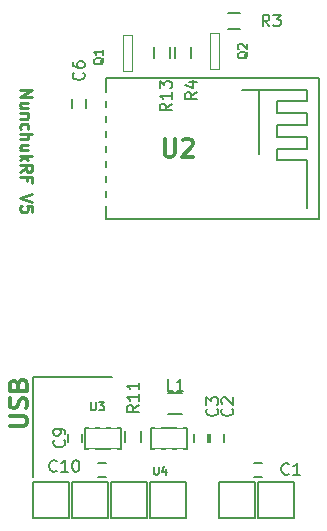
<source format=gto>
%FSLAX46Y46*%
G04 Gerber Fmt 4.6, Leading zero omitted, Abs format (unit mm)*
G04 Created by KiCad (PCBNEW (2014-08-31 BZR 5107)-product) date tor 20 aug 2015 12:03:34*
%MOMM*%
G01*
G04 APERTURE LIST*
%ADD10C,0.100000*%
%ADD11C,0.300000*%
%ADD12C,0.200000*%
%ADD13C,0.250000*%
%ADD14C,0.150000*%
%ADD15C,0.127000*%
%ADD16C,0.119380*%
%ADD17C,0.304800*%
%ADD18C,0.129540*%
%ADD19C,1.700000*%
%ADD20R,1.200000X0.750000*%
%ADD21R,0.750000X1.200000*%
%ADD22R,1.500000X1.300000*%
%ADD23R,0.900000X1.200000*%
%ADD24R,2.200000X0.700000*%
%ADD25R,0.600000X1.100000*%
%ADD26R,2.540000X2.540000*%
%ADD27R,0.914400X0.914400*%
%ADD28R,1.200000X0.900000*%
G04 APERTURE END LIST*
D10*
D11*
X216475571Y-82918857D02*
X217689857Y-82918857D01*
X217832714Y-82847429D01*
X217904143Y-82776000D01*
X217975571Y-82633143D01*
X217975571Y-82347429D01*
X217904143Y-82204571D01*
X217832714Y-82133143D01*
X217689857Y-82061714D01*
X216475571Y-82061714D01*
X217904143Y-81418857D02*
X217975571Y-81204571D01*
X217975571Y-80847428D01*
X217904143Y-80704571D01*
X217832714Y-80633142D01*
X217689857Y-80561714D01*
X217547000Y-80561714D01*
X217404143Y-80633142D01*
X217332714Y-80704571D01*
X217261286Y-80847428D01*
X217189857Y-81133142D01*
X217118429Y-81276000D01*
X217047000Y-81347428D01*
X216904143Y-81418857D01*
X216761286Y-81418857D01*
X216618429Y-81347428D01*
X216547000Y-81276000D01*
X216475571Y-81133142D01*
X216475571Y-80776000D01*
X216547000Y-80561714D01*
X217189857Y-79418857D02*
X217261286Y-79204571D01*
X217332714Y-79133143D01*
X217475571Y-79061714D01*
X217689857Y-79061714D01*
X217832714Y-79133143D01*
X217904143Y-79204571D01*
X217975571Y-79347429D01*
X217975571Y-79918857D01*
X216475571Y-79918857D01*
X216475571Y-79418857D01*
X216547000Y-79276000D01*
X216618429Y-79204571D01*
X216761286Y-79133143D01*
X216904143Y-79133143D01*
X217047000Y-79204571D01*
X217118429Y-79276000D01*
X217189857Y-79418857D01*
X217189857Y-79918857D01*
D12*
X218440000Y-78740000D02*
X225171000Y-78740000D01*
X218440000Y-87249000D02*
X218440000Y-78740000D01*
D13*
X217393259Y-54509042D02*
X218393259Y-54509042D01*
X217393259Y-55080471D01*
X218393259Y-55080471D01*
X218059926Y-55985233D02*
X217393259Y-55985233D01*
X218059926Y-55556661D02*
X217536116Y-55556661D01*
X217440878Y-55604280D01*
X217393259Y-55699518D01*
X217393259Y-55842376D01*
X217440878Y-55937614D01*
X217488497Y-55985233D01*
X218059926Y-56461423D02*
X217393259Y-56461423D01*
X217964688Y-56461423D02*
X218012307Y-56509042D01*
X218059926Y-56604280D01*
X218059926Y-56747138D01*
X218012307Y-56842376D01*
X217917069Y-56889995D01*
X217393259Y-56889995D01*
X217440878Y-57794757D02*
X217393259Y-57699519D01*
X217393259Y-57509042D01*
X217440878Y-57413804D01*
X217488497Y-57366185D01*
X217583735Y-57318566D01*
X217869450Y-57318566D01*
X217964688Y-57366185D01*
X218012307Y-57413804D01*
X218059926Y-57509042D01*
X218059926Y-57699519D01*
X218012307Y-57794757D01*
X217393259Y-58223328D02*
X218393259Y-58223328D01*
X217393259Y-58651900D02*
X217917069Y-58651900D01*
X218012307Y-58604281D01*
X218059926Y-58509043D01*
X218059926Y-58366185D01*
X218012307Y-58270947D01*
X217964688Y-58223328D01*
X218059926Y-59556662D02*
X217393259Y-59556662D01*
X218059926Y-59128090D02*
X217536116Y-59128090D01*
X217440878Y-59175709D01*
X217393259Y-59270947D01*
X217393259Y-59413805D01*
X217440878Y-59509043D01*
X217488497Y-59556662D01*
X217393259Y-60032852D02*
X218393259Y-60032852D01*
X217774211Y-60128090D02*
X217393259Y-60413805D01*
X218059926Y-60413805D02*
X217678973Y-60032852D01*
X217393259Y-61413805D02*
X217869450Y-61080471D01*
X217393259Y-60842376D02*
X218393259Y-60842376D01*
X218393259Y-61223329D01*
X218345640Y-61318567D01*
X218298021Y-61366186D01*
X218202783Y-61413805D01*
X218059926Y-61413805D01*
X217964688Y-61366186D01*
X217917069Y-61318567D01*
X217869450Y-61223329D01*
X217869450Y-60842376D01*
X217917069Y-62175710D02*
X217917069Y-61842376D01*
X217393259Y-61842376D02*
X218393259Y-61842376D01*
X218393259Y-62318567D01*
X218393259Y-63318567D02*
X217393259Y-63651900D01*
X218393259Y-63985234D01*
X218393259Y-64794758D02*
X218393259Y-64318567D01*
X217917069Y-64270948D01*
X217964688Y-64318567D01*
X218012307Y-64413805D01*
X218012307Y-64651901D01*
X217964688Y-64747139D01*
X217917069Y-64794758D01*
X217821830Y-64842377D01*
X217583735Y-64842377D01*
X217488497Y-64794758D01*
X217440878Y-64747139D01*
X217393259Y-64651901D01*
X217393259Y-64413805D01*
X217440878Y-64318567D01*
X217488497Y-64270948D01*
D14*
X237840000Y-87214000D02*
X237140000Y-87214000D01*
X237140000Y-86014000D02*
X237840000Y-86014000D01*
X234661000Y-83597000D02*
X234661000Y-84297000D01*
X233461000Y-84297000D02*
X233461000Y-83597000D01*
X232064000Y-84297000D02*
X232064000Y-83597000D01*
X233264000Y-83597000D02*
X233264000Y-84297000D01*
X221777000Y-55976000D02*
X221777000Y-55276000D01*
X222977000Y-55276000D02*
X222977000Y-55976000D01*
X221396000Y-84297000D02*
X221396000Y-83597000D01*
X222596000Y-83597000D02*
X222596000Y-84297000D01*
X224632000Y-87214000D02*
X223932000Y-87214000D01*
X223932000Y-86014000D02*
X224632000Y-86014000D01*
X231105000Y-81901000D02*
X229905000Y-81901000D01*
X229905000Y-80151000D02*
X231105000Y-80151000D01*
X227624000Y-83320000D02*
X227624000Y-84320000D01*
X226274000Y-84320000D02*
X226274000Y-83320000D01*
X237632000Y-54436000D02*
X237632000Y-59936000D01*
X239132000Y-59436000D02*
X239132000Y-60436000D01*
X239132000Y-60436000D02*
X241632000Y-60436000D01*
X241632000Y-60436000D02*
X241632000Y-64436000D01*
X239132000Y-55436000D02*
X239132000Y-56436000D01*
X239132000Y-56436000D02*
X241632000Y-56436000D01*
X241632000Y-56436000D02*
X241632000Y-57436000D01*
X241632000Y-57436000D02*
X239132000Y-57436000D01*
X239132000Y-57436000D02*
X239132000Y-58436000D01*
X239132000Y-58436000D02*
X241632000Y-58436000D01*
X241632000Y-58436000D02*
X241632000Y-59436000D01*
X241632000Y-59436000D02*
X239132000Y-59436000D01*
X236132000Y-54436000D02*
X241632000Y-54436000D01*
X241632000Y-54436000D02*
X241632000Y-55436000D01*
X241632000Y-55436000D02*
X239132000Y-55436000D01*
X224632000Y-53436000D02*
X242632000Y-53436000D01*
X242632000Y-53436000D02*
X242632000Y-65436000D01*
X242632000Y-65436000D02*
X224632000Y-65436000D01*
D12*
X224632000Y-65436000D02*
X224632000Y-53436000D01*
D15*
X222885000Y-84836000D02*
X222885000Y-83058000D01*
X222885000Y-83058000D02*
X225933000Y-83058000D01*
X225933000Y-83058000D02*
X225933000Y-84836000D01*
X225933000Y-84836000D02*
X222885000Y-84836000D01*
X231521000Y-83058000D02*
X231521000Y-84836000D01*
X231521000Y-84836000D02*
X228473000Y-84836000D01*
X228473000Y-84836000D02*
X228473000Y-83058000D01*
X228473000Y-83058000D02*
X231521000Y-83058000D01*
X218440000Y-87630000D02*
X221488000Y-87630000D01*
X221488000Y-87630000D02*
X221488000Y-90678000D01*
X221488000Y-90678000D02*
X218440000Y-90678000D01*
X218440000Y-90678000D02*
X218440000Y-87630000D01*
X228346000Y-87630000D02*
X231394000Y-87630000D01*
X231394000Y-87630000D02*
X231394000Y-90678000D01*
X231394000Y-90678000D02*
X228346000Y-90678000D01*
X228346000Y-90678000D02*
X228346000Y-87630000D01*
X221742000Y-87630000D02*
X224790000Y-87630000D01*
X224790000Y-87630000D02*
X224790000Y-90678000D01*
X224790000Y-90678000D02*
X221742000Y-90678000D01*
X221742000Y-90678000D02*
X221742000Y-87630000D01*
X234188000Y-87630000D02*
X237236000Y-87630000D01*
X237236000Y-87630000D02*
X237236000Y-90678000D01*
X237236000Y-90678000D02*
X234188000Y-90678000D01*
X234188000Y-90678000D02*
X234188000Y-87630000D01*
X237490000Y-87630000D02*
X240538000Y-87630000D01*
X240538000Y-87630000D02*
X240538000Y-90678000D01*
X240538000Y-90678000D02*
X237490000Y-90678000D01*
X237490000Y-90678000D02*
X237490000Y-87630000D01*
X225044000Y-87630000D02*
X228092000Y-87630000D01*
X228092000Y-87630000D02*
X228092000Y-90678000D01*
X228092000Y-90678000D02*
X225044000Y-90678000D01*
X225044000Y-90678000D02*
X225044000Y-87630000D01*
D16*
X226060000Y-52832000D02*
X226060000Y-49784000D01*
X226060000Y-49784000D02*
X226822000Y-49784000D01*
X226822000Y-49784000D02*
X226822000Y-52832000D01*
X226822000Y-52832000D02*
X226060000Y-52832000D01*
X233426000Y-52705000D02*
X233426000Y-49657000D01*
X233426000Y-49657000D02*
X234188000Y-49657000D01*
X234188000Y-49657000D02*
X234188000Y-52705000D01*
X234188000Y-52705000D02*
X233426000Y-52705000D01*
D14*
X234958000Y-47966000D02*
X235958000Y-47966000D01*
X235958000Y-49316000D02*
X234958000Y-49316000D01*
X230465000Y-51808000D02*
X230465000Y-50808000D01*
X231815000Y-50808000D02*
X231815000Y-51808000D01*
X230037000Y-50808000D02*
X230037000Y-51808000D01*
X228687000Y-51808000D02*
X228687000Y-50808000D01*
X240117334Y-86971143D02*
X240069715Y-87018762D01*
X239926858Y-87066381D01*
X239831620Y-87066381D01*
X239688762Y-87018762D01*
X239593524Y-86923524D01*
X239545905Y-86828286D01*
X239498286Y-86637810D01*
X239498286Y-86494952D01*
X239545905Y-86304476D01*
X239593524Y-86209238D01*
X239688762Y-86114000D01*
X239831620Y-86066381D01*
X239926858Y-86066381D01*
X240069715Y-86114000D01*
X240117334Y-86161619D01*
X241069715Y-87066381D02*
X240498286Y-87066381D01*
X240784000Y-87066381D02*
X240784000Y-86066381D01*
X240688762Y-86209238D01*
X240593524Y-86304476D01*
X240498286Y-86352095D01*
X235307143Y-81446666D02*
X235354762Y-81494285D01*
X235402381Y-81637142D01*
X235402381Y-81732380D01*
X235354762Y-81875238D01*
X235259524Y-81970476D01*
X235164286Y-82018095D01*
X234973810Y-82065714D01*
X234830952Y-82065714D01*
X234640476Y-82018095D01*
X234545238Y-81970476D01*
X234450000Y-81875238D01*
X234402381Y-81732380D01*
X234402381Y-81637142D01*
X234450000Y-81494285D01*
X234497619Y-81446666D01*
X234497619Y-81065714D02*
X234450000Y-81018095D01*
X234402381Y-80922857D01*
X234402381Y-80684761D01*
X234450000Y-80589523D01*
X234497619Y-80541904D01*
X234592857Y-80494285D01*
X234688095Y-80494285D01*
X234830952Y-80541904D01*
X235402381Y-81113333D01*
X235402381Y-80494285D01*
X234037143Y-81446666D02*
X234084762Y-81494285D01*
X234132381Y-81637142D01*
X234132381Y-81732380D01*
X234084762Y-81875238D01*
X233989524Y-81970476D01*
X233894286Y-82018095D01*
X233703810Y-82065714D01*
X233560952Y-82065714D01*
X233370476Y-82018095D01*
X233275238Y-81970476D01*
X233180000Y-81875238D01*
X233132381Y-81732380D01*
X233132381Y-81637142D01*
X233180000Y-81494285D01*
X233227619Y-81446666D01*
X233132381Y-81113333D02*
X233132381Y-80494285D01*
X233513333Y-80827619D01*
X233513333Y-80684761D01*
X233560952Y-80589523D01*
X233608571Y-80541904D01*
X233703810Y-80494285D01*
X233941905Y-80494285D01*
X234037143Y-80541904D01*
X234084762Y-80589523D01*
X234132381Y-80684761D01*
X234132381Y-80970476D01*
X234084762Y-81065714D01*
X234037143Y-81113333D01*
X222734143Y-52998666D02*
X222781762Y-53046285D01*
X222829381Y-53189142D01*
X222829381Y-53284380D01*
X222781762Y-53427238D01*
X222686524Y-53522476D01*
X222591286Y-53570095D01*
X222400810Y-53617714D01*
X222257952Y-53617714D01*
X222067476Y-53570095D01*
X221972238Y-53522476D01*
X221877000Y-53427238D01*
X221829381Y-53284380D01*
X221829381Y-53189142D01*
X221877000Y-53046285D01*
X221924619Y-52998666D01*
X221829381Y-52141523D02*
X221829381Y-52332000D01*
X221877000Y-52427238D01*
X221924619Y-52474857D01*
X222067476Y-52570095D01*
X222257952Y-52617714D01*
X222638905Y-52617714D01*
X222734143Y-52570095D01*
X222781762Y-52522476D01*
X222829381Y-52427238D01*
X222829381Y-52236761D01*
X222781762Y-52141523D01*
X222734143Y-52093904D01*
X222638905Y-52046285D01*
X222400810Y-52046285D01*
X222305571Y-52093904D01*
X222257952Y-52141523D01*
X222210333Y-52236761D01*
X222210333Y-52427238D01*
X222257952Y-52522476D01*
X222305571Y-52570095D01*
X222400810Y-52617714D01*
X221083143Y-84113666D02*
X221130762Y-84161285D01*
X221178381Y-84304142D01*
X221178381Y-84399380D01*
X221130762Y-84542238D01*
X221035524Y-84637476D01*
X220940286Y-84685095D01*
X220749810Y-84732714D01*
X220606952Y-84732714D01*
X220416476Y-84685095D01*
X220321238Y-84637476D01*
X220226000Y-84542238D01*
X220178381Y-84399380D01*
X220178381Y-84304142D01*
X220226000Y-84161285D01*
X220273619Y-84113666D01*
X221178381Y-83637476D02*
X221178381Y-83447000D01*
X221130762Y-83351761D01*
X221083143Y-83304142D01*
X220940286Y-83208904D01*
X220749810Y-83161285D01*
X220368857Y-83161285D01*
X220273619Y-83208904D01*
X220226000Y-83256523D01*
X220178381Y-83351761D01*
X220178381Y-83542238D01*
X220226000Y-83637476D01*
X220273619Y-83685095D01*
X220368857Y-83732714D01*
X220606952Y-83732714D01*
X220702190Y-83685095D01*
X220749810Y-83637476D01*
X220797429Y-83542238D01*
X220797429Y-83351761D01*
X220749810Y-83256523D01*
X220702190Y-83208904D01*
X220606952Y-83161285D01*
X220464143Y-86717143D02*
X220416524Y-86764762D01*
X220273667Y-86812381D01*
X220178429Y-86812381D01*
X220035571Y-86764762D01*
X219940333Y-86669524D01*
X219892714Y-86574286D01*
X219845095Y-86383810D01*
X219845095Y-86240952D01*
X219892714Y-86050476D01*
X219940333Y-85955238D01*
X220035571Y-85860000D01*
X220178429Y-85812381D01*
X220273667Y-85812381D01*
X220416524Y-85860000D01*
X220464143Y-85907619D01*
X221416524Y-86812381D02*
X220845095Y-86812381D01*
X221130809Y-86812381D02*
X221130809Y-85812381D01*
X221035571Y-85955238D01*
X220940333Y-86050476D01*
X220845095Y-86098095D01*
X222035571Y-85812381D02*
X222130810Y-85812381D01*
X222226048Y-85860000D01*
X222273667Y-85907619D01*
X222321286Y-86002857D01*
X222368905Y-86193333D01*
X222368905Y-86431429D01*
X222321286Y-86621905D01*
X222273667Y-86717143D01*
X222226048Y-86764762D01*
X222130810Y-86812381D01*
X222035571Y-86812381D01*
X221940333Y-86764762D01*
X221892714Y-86717143D01*
X221845095Y-86621905D01*
X221797476Y-86431429D01*
X221797476Y-86193333D01*
X221845095Y-86002857D01*
X221892714Y-85907619D01*
X221940333Y-85860000D01*
X222035571Y-85812381D01*
X230338334Y-79954381D02*
X229862143Y-79954381D01*
X229862143Y-78954381D01*
X231195477Y-79954381D02*
X230624048Y-79954381D01*
X230909762Y-79954381D02*
X230909762Y-78954381D01*
X230814524Y-79097238D01*
X230719286Y-79192476D01*
X230624048Y-79240095D01*
X227401381Y-81160857D02*
X226925190Y-81494191D01*
X227401381Y-81732286D02*
X226401381Y-81732286D01*
X226401381Y-81351333D01*
X226449000Y-81256095D01*
X226496619Y-81208476D01*
X226591857Y-81160857D01*
X226734714Y-81160857D01*
X226829952Y-81208476D01*
X226877571Y-81256095D01*
X226925190Y-81351333D01*
X226925190Y-81732286D01*
X227401381Y-80208476D02*
X227401381Y-80779905D01*
X227401381Y-80494191D02*
X226401381Y-80494191D01*
X226544238Y-80589429D01*
X226639476Y-80684667D01*
X226687095Y-80779905D01*
X227401381Y-79256095D02*
X227401381Y-79827524D01*
X227401381Y-79541810D02*
X226401381Y-79541810D01*
X226544238Y-79637048D01*
X226639476Y-79732286D01*
X226687095Y-79827524D01*
D17*
X229597857Y-58601429D02*
X229597857Y-59835143D01*
X229670429Y-59980286D01*
X229743000Y-60052857D01*
X229888143Y-60125429D01*
X230178429Y-60125429D01*
X230323571Y-60052857D01*
X230396143Y-59980286D01*
X230468714Y-59835143D01*
X230468714Y-58601429D01*
X231121857Y-58746571D02*
X231194428Y-58674000D01*
X231339571Y-58601429D01*
X231702428Y-58601429D01*
X231847571Y-58674000D01*
X231920142Y-58746571D01*
X231992714Y-58891714D01*
X231992714Y-59036857D01*
X231920142Y-59254571D01*
X231049285Y-60125429D01*
X231992714Y-60125429D01*
D15*
X223367667Y-80896667D02*
X223367667Y-81463333D01*
X223401000Y-81530000D01*
X223434333Y-81563333D01*
X223501000Y-81596667D01*
X223634333Y-81596667D01*
X223701000Y-81563333D01*
X223734333Y-81530000D01*
X223767667Y-81463333D01*
X223767667Y-80896667D01*
X224034333Y-80896667D02*
X224467666Y-80896667D01*
X224234333Y-81163333D01*
X224334333Y-81163333D01*
X224401000Y-81196667D01*
X224434333Y-81230000D01*
X224467666Y-81296667D01*
X224467666Y-81463333D01*
X224434333Y-81530000D01*
X224401000Y-81563333D01*
X224334333Y-81596667D01*
X224134333Y-81596667D01*
X224067666Y-81563333D01*
X224034333Y-81530000D01*
X228701667Y-86357667D02*
X228701667Y-86924333D01*
X228735000Y-86991000D01*
X228768333Y-87024333D01*
X228835000Y-87057667D01*
X228968333Y-87057667D01*
X229035000Y-87024333D01*
X229068333Y-86991000D01*
X229101667Y-86924333D01*
X229101667Y-86357667D01*
X229735000Y-86591000D02*
X229735000Y-87057667D01*
X229568333Y-86324333D02*
X229401666Y-86824333D01*
X229835000Y-86824333D01*
D18*
X224445286Y-51761571D02*
X224409000Y-51834143D01*
X224336429Y-51906714D01*
X224227571Y-52015571D01*
X224191286Y-52088143D01*
X224191286Y-52160714D01*
X224372714Y-52124429D02*
X224336429Y-52197000D01*
X224263857Y-52269571D01*
X224118714Y-52305857D01*
X223864714Y-52305857D01*
X223719571Y-52269571D01*
X223647000Y-52197000D01*
X223610714Y-52124429D01*
X223610714Y-51979286D01*
X223647000Y-51906714D01*
X223719571Y-51834143D01*
X223864714Y-51797857D01*
X224118714Y-51797857D01*
X224263857Y-51834143D01*
X224336429Y-51906714D01*
X224372714Y-51979286D01*
X224372714Y-52124429D01*
X224372714Y-51072143D02*
X224372714Y-51507571D01*
X224372714Y-51289857D02*
X223610714Y-51289857D01*
X223719571Y-51362428D01*
X223792143Y-51435000D01*
X223828429Y-51507571D01*
X236637286Y-51253571D02*
X236601000Y-51326143D01*
X236528429Y-51398714D01*
X236419571Y-51507571D01*
X236383286Y-51580143D01*
X236383286Y-51652714D01*
X236564714Y-51616429D02*
X236528429Y-51689000D01*
X236455857Y-51761571D01*
X236310714Y-51797857D01*
X236056714Y-51797857D01*
X235911571Y-51761571D01*
X235839000Y-51689000D01*
X235802714Y-51616429D01*
X235802714Y-51471286D01*
X235839000Y-51398714D01*
X235911571Y-51326143D01*
X236056714Y-51289857D01*
X236310714Y-51289857D01*
X236455857Y-51326143D01*
X236528429Y-51398714D01*
X236564714Y-51471286D01*
X236564714Y-51616429D01*
X235875286Y-50999571D02*
X235839000Y-50963285D01*
X235802714Y-50890714D01*
X235802714Y-50709285D01*
X235839000Y-50636714D01*
X235875286Y-50600428D01*
X235947857Y-50564143D01*
X236020429Y-50564143D01*
X236129286Y-50600428D01*
X236564714Y-51035857D01*
X236564714Y-50564143D01*
D14*
X238466334Y-49093381D02*
X238133000Y-48617190D01*
X237894905Y-49093381D02*
X237894905Y-48093381D01*
X238275858Y-48093381D01*
X238371096Y-48141000D01*
X238418715Y-48188619D01*
X238466334Y-48283857D01*
X238466334Y-48426714D01*
X238418715Y-48521952D01*
X238371096Y-48569571D01*
X238275858Y-48617190D01*
X237894905Y-48617190D01*
X238799667Y-48093381D02*
X239418715Y-48093381D01*
X239085381Y-48474333D01*
X239228239Y-48474333D01*
X239323477Y-48521952D01*
X239371096Y-48569571D01*
X239418715Y-48664810D01*
X239418715Y-48902905D01*
X239371096Y-48998143D01*
X239323477Y-49045762D01*
X239228239Y-49093381D01*
X238942524Y-49093381D01*
X238847286Y-49045762D01*
X238799667Y-48998143D01*
X232354381Y-54649666D02*
X231878190Y-54983000D01*
X232354381Y-55221095D02*
X231354381Y-55221095D01*
X231354381Y-54840142D01*
X231402000Y-54744904D01*
X231449619Y-54697285D01*
X231544857Y-54649666D01*
X231687714Y-54649666D01*
X231782952Y-54697285D01*
X231830571Y-54744904D01*
X231878190Y-54840142D01*
X231878190Y-55221095D01*
X231687714Y-53792523D02*
X232354381Y-53792523D01*
X231306762Y-54030619D02*
X232021048Y-54268714D01*
X232021048Y-53649666D01*
X230195381Y-55633857D02*
X229719190Y-55967191D01*
X230195381Y-56205286D02*
X229195381Y-56205286D01*
X229195381Y-55824333D01*
X229243000Y-55729095D01*
X229290619Y-55681476D01*
X229385857Y-55633857D01*
X229528714Y-55633857D01*
X229623952Y-55681476D01*
X229671571Y-55729095D01*
X229719190Y-55824333D01*
X229719190Y-56205286D01*
X230195381Y-54681476D02*
X230195381Y-55252905D01*
X230195381Y-54967191D02*
X229195381Y-54967191D01*
X229338238Y-55062429D01*
X229433476Y-55157667D01*
X229481095Y-55252905D01*
X229195381Y-54348143D02*
X229195381Y-53729095D01*
X229576333Y-54062429D01*
X229576333Y-53919571D01*
X229623952Y-53824333D01*
X229671571Y-53776714D01*
X229766810Y-53729095D01*
X230004905Y-53729095D01*
X230100143Y-53776714D01*
X230147762Y-53824333D01*
X230195381Y-53919571D01*
X230195381Y-54205286D01*
X230147762Y-54300524D01*
X230100143Y-54348143D01*
%LPC*%
D19*
X229346760Y-47821640D03*
X231886760Y-47821640D03*
X226806760Y-47821640D03*
X220346760Y-54321640D03*
X220346760Y-56821640D03*
X220346760Y-59321640D03*
D20*
X238440000Y-86614000D03*
X236540000Y-86614000D03*
D21*
X234061000Y-82997000D03*
X234061000Y-84897000D03*
X232664000Y-84897000D03*
X232664000Y-82997000D03*
X222377000Y-56576000D03*
X222377000Y-54676000D03*
X221996000Y-84897000D03*
X221996000Y-82997000D03*
D20*
X225232000Y-86614000D03*
X223332000Y-86614000D03*
D22*
X229155000Y-81026000D03*
X231855000Y-81026000D03*
D23*
X226949000Y-84920000D03*
X226949000Y-82720000D03*
D24*
X224672000Y-55036000D03*
X224672000Y-56306000D03*
X224672000Y-57576000D03*
X224672000Y-58846000D03*
X224672000Y-60116000D03*
X224672000Y-61386000D03*
X224672000Y-62656000D03*
X224672000Y-63926000D03*
D25*
X225359000Y-82547000D03*
X223459000Y-82547000D03*
X225359000Y-85347000D03*
X224409000Y-82547000D03*
X223459000Y-85347000D03*
X229047000Y-85347000D03*
X230947000Y-85347000D03*
X229047000Y-82547000D03*
X229997000Y-85347000D03*
X230947000Y-82547000D03*
D26*
X219964000Y-89154000D03*
X229870000Y-89154000D03*
X223266000Y-89154000D03*
X235712000Y-89154000D03*
X239014000Y-89154000D03*
X226568000Y-89154000D03*
D27*
X225425000Y-52197000D03*
X225425000Y-50419000D03*
X227457000Y-51308000D03*
X232791000Y-52070000D03*
X232791000Y-50292000D03*
X234823000Y-51181000D03*
D28*
X236558000Y-48641000D03*
X234358000Y-48641000D03*
D23*
X231140000Y-50208000D03*
X231140000Y-52408000D03*
X229362000Y-52408000D03*
X229362000Y-50208000D03*
M02*

</source>
